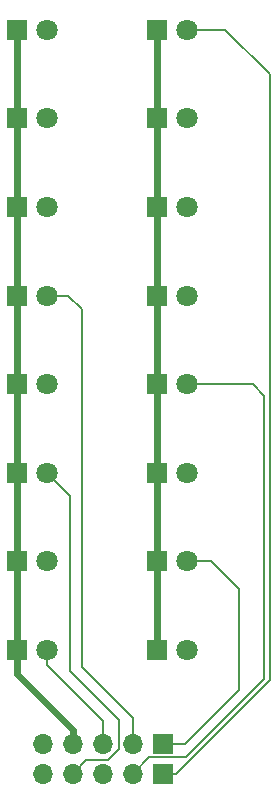
<source format=gbr>
%TF.GenerationSoftware,KiCad,Pcbnew,8.0.6*%
%TF.CreationDate,2025-02-23T20:13:23-07:00*%
%TF.ProjectId,Dash Indicators (Left),44617368-2049-46e6-9469-6361746f7273,rev?*%
%TF.SameCoordinates,Original*%
%TF.FileFunction,Copper,L1,Top*%
%TF.FilePolarity,Positive*%
%FSLAX46Y46*%
G04 Gerber Fmt 4.6, Leading zero omitted, Abs format (unit mm)*
G04 Created by KiCad (PCBNEW 8.0.6) date 2025-02-23 20:13:23*
%MOMM*%
%LPD*%
G01*
G04 APERTURE LIST*
%TA.AperFunction,ComponentPad*%
%ADD10R,1.800000X1.800000*%
%TD*%
%TA.AperFunction,ComponentPad*%
%ADD11C,1.800000*%
%TD*%
%TA.AperFunction,ComponentPad*%
%ADD12R,1.700000X1.700000*%
%TD*%
%TA.AperFunction,ComponentPad*%
%ADD13O,1.700000X1.700000*%
%TD*%
%TA.AperFunction,Conductor*%
%ADD14C,0.200000*%
%TD*%
%TA.AperFunction,Conductor*%
%ADD15C,0.600000*%
%TD*%
G04 APERTURE END LIST*
D10*
%TO.P,D13,1,K*%
%TO.N,C0*%
X85725000Y-64850000D03*
D11*
%TO.P,D13,2,A*%
%TO.N,A14*%
X88265000Y-64850000D03*
%TD*%
D10*
%TO.P,D8,1,K*%
%TO.N,C1*%
X97525000Y-79850000D03*
D11*
%TO.P,D8,2,A*%
%TO.N,A11*%
X100065000Y-79850000D03*
%TD*%
D10*
%TO.P,D3,1,K*%
%TO.N,C0*%
X85725000Y-72350000D03*
D11*
%TO.P,D3,2,A*%
%TO.N,A9*%
X88265000Y-72350000D03*
%TD*%
D10*
%TO.P,D14,1,K*%
%TO.N,C1*%
X97525000Y-64850000D03*
D11*
%TO.P,D14,2,A*%
%TO.N,A14*%
X100065000Y-64850000D03*
%TD*%
D10*
%TO.P,D16,1,K*%
%TO.N,C1*%
X97525000Y-94850000D03*
D11*
%TO.P,D16,2,A*%
%TO.N,A15*%
X100065000Y-94850000D03*
%TD*%
D10*
%TO.P,D4,1,K*%
%TO.N,C1*%
X97525000Y-72350000D03*
D11*
%TO.P,D4,2,A*%
%TO.N,A9*%
X100065000Y-72350000D03*
%TD*%
D10*
%TO.P,D10,1,K*%
%TO.N,C1*%
X97525000Y-57350000D03*
D11*
%TO.P,D10,2,A*%
%TO.N,A12*%
X100065000Y-57350000D03*
%TD*%
D10*
%TO.P,D9,1,K*%
%TO.N,C0*%
X85725000Y-57350000D03*
D11*
%TO.P,D9,2,A*%
%TO.N,A12*%
X88265000Y-57350000D03*
%TD*%
D10*
%TO.P,D11,1,K*%
%TO.N,C0*%
X85725000Y-87350000D03*
D11*
%TO.P,D11,2,A*%
%TO.N,A13*%
X88265000Y-87350000D03*
%TD*%
D10*
%TO.P,D2,1,K*%
%TO.N,C1*%
X97525000Y-42350000D03*
D11*
%TO.P,D2,2,A*%
%TO.N,A8*%
X100065000Y-42350000D03*
%TD*%
D10*
%TO.P,D12,1,K*%
%TO.N,C1*%
X97525000Y-87350000D03*
D11*
%TO.P,D12,2,A*%
%TO.N,A13*%
X100065000Y-87350000D03*
%TD*%
D10*
%TO.P,D15,1,K*%
%TO.N,C0*%
X85725000Y-94850000D03*
D11*
%TO.P,D15,2,A*%
%TO.N,A15*%
X88265000Y-94850000D03*
%TD*%
D10*
%TO.P,D1,1,K*%
%TO.N,C0*%
X85725000Y-42350000D03*
D11*
%TO.P,D1,2,A*%
%TO.N,A8*%
X88265000Y-42350000D03*
%TD*%
D10*
%TO.P,D7,1,K*%
%TO.N,C0*%
X85725000Y-79850000D03*
D11*
%TO.P,D7,2,A*%
%TO.N,A11*%
X88265000Y-79850000D03*
%TD*%
D10*
%TO.P,D5,1,K*%
%TO.N,C0*%
X85725000Y-49850000D03*
D11*
%TO.P,D5,2,A*%
%TO.N,A10*%
X88265000Y-49850000D03*
%TD*%
D10*
%TO.P,D6,1,K*%
%TO.N,C1*%
X97525000Y-49850000D03*
D11*
%TO.P,D6,2,A*%
%TO.N,A10*%
X100065000Y-49850000D03*
%TD*%
D12*
%TO.P,J1-A1,1,Pin_1*%
%TO.N,A8*%
X98040000Y-105340000D03*
D13*
%TO.P,J1-A1,2,Pin_2*%
%TO.N,A9*%
X95500000Y-105340000D03*
%TO.P,J1-A1,3,Pin_3*%
%TO.N,A10*%
X92960000Y-105340000D03*
%TO.P,J1-A1,4,Pin_4*%
%TO.N,A11*%
X90420000Y-105340000D03*
%TO.P,J1-A1,5,Pin_5*%
%TO.N,A12*%
X87880000Y-105340000D03*
%TD*%
D12*
%TO.P,J1-B1,1,Pin_1*%
%TO.N,A13*%
X98040000Y-102800000D03*
D13*
%TO.P,J1-B1,2,Pin_2*%
%TO.N,A14*%
X95500000Y-102800000D03*
%TO.P,J1-B1,3,Pin_3*%
%TO.N,A15*%
X92960000Y-102800000D03*
%TO.P,J1-B1,4,Pin_4*%
%TO.N,C0*%
X90420000Y-102800000D03*
%TO.P,J1-B1,5,Pin_5*%
%TO.N,C1*%
X87880000Y-102800000D03*
%TD*%
D14*
%TO.N,A8*%
X107100000Y-97400000D02*
X99160000Y-105340000D01*
X99160000Y-105340000D02*
X98040000Y-105340000D01*
X107100000Y-46100000D02*
X107100000Y-97400000D01*
X103350000Y-42350000D02*
X107100000Y-46100000D01*
X100065000Y-42350000D02*
X103350000Y-42350000D01*
D15*
%TO.N,C0*%
X85725000Y-72350000D02*
X85725000Y-79850000D01*
X85725000Y-96925000D02*
X90420000Y-101620000D01*
X85725000Y-87350000D02*
X85725000Y-94850000D01*
X85725000Y-42350000D02*
X85725000Y-49850000D01*
X90420000Y-101620000D02*
X90420000Y-102800000D01*
X85725000Y-79850000D02*
X85725000Y-87350000D01*
X85725000Y-64850000D02*
X85725000Y-72350000D01*
X85725000Y-94850000D02*
X85725000Y-96925000D01*
X85725000Y-49850000D02*
X85725000Y-57350000D01*
X85725000Y-57350000D02*
X85725000Y-64850000D01*
%TO.N,C1*%
X97525000Y-79850000D02*
X97525000Y-87350000D01*
X97525000Y-87350000D02*
X97525000Y-94850000D01*
X97525000Y-57350000D02*
X97525000Y-64850000D01*
X97525000Y-42350000D02*
X97525000Y-49850000D01*
X97525000Y-49850000D02*
X97525000Y-57350000D01*
X97525000Y-64850000D02*
X97525000Y-79850000D01*
D14*
%TO.N,A9*%
X106617157Y-97317157D02*
X99984314Y-103950000D01*
X99984314Y-103950000D02*
X96890000Y-103950000D01*
X96890000Y-103950000D02*
X95500000Y-105340000D01*
X105650000Y-72350000D02*
X100065000Y-72350000D01*
X106617157Y-97317157D02*
X106617157Y-73317157D01*
X106617157Y-73317157D02*
X105650000Y-72350000D01*
%TO.N,A11*%
X90200000Y-96600000D02*
X90200000Y-81785000D01*
X90200000Y-81785000D02*
X88265000Y-79850000D01*
X94350000Y-100750000D02*
X94350000Y-103276346D01*
X90200000Y-96600000D02*
X94350000Y-100750000D01*
X93436346Y-104190000D02*
X91570000Y-104190000D01*
X94350000Y-103276346D02*
X93436346Y-104190000D01*
X91570000Y-104190000D02*
X90420000Y-105340000D01*
%TO.N,A13*%
X104500000Y-98200000D02*
X104500000Y-89700000D01*
X99900000Y-102800000D02*
X104500000Y-98200000D01*
X102150000Y-87350000D02*
X100065000Y-87350000D01*
X104500000Y-89700000D02*
X102150000Y-87350000D01*
X98040000Y-102800000D02*
X99900000Y-102800000D01*
%TO.N,A14*%
X91200000Y-66000000D02*
X90050000Y-64850000D01*
X91200000Y-96300000D02*
X91200000Y-66000000D01*
X95500000Y-102800000D02*
X95500000Y-100600000D01*
X90050000Y-64850000D02*
X88265000Y-64850000D01*
X95500000Y-100600000D02*
X91200000Y-96300000D01*
%TO.N,A15*%
X88265000Y-96165000D02*
X88265000Y-94850000D01*
X92960000Y-102800000D02*
X92960000Y-100860000D01*
X92960000Y-100860000D02*
X88265000Y-96165000D01*
%TD*%
M02*

</source>
